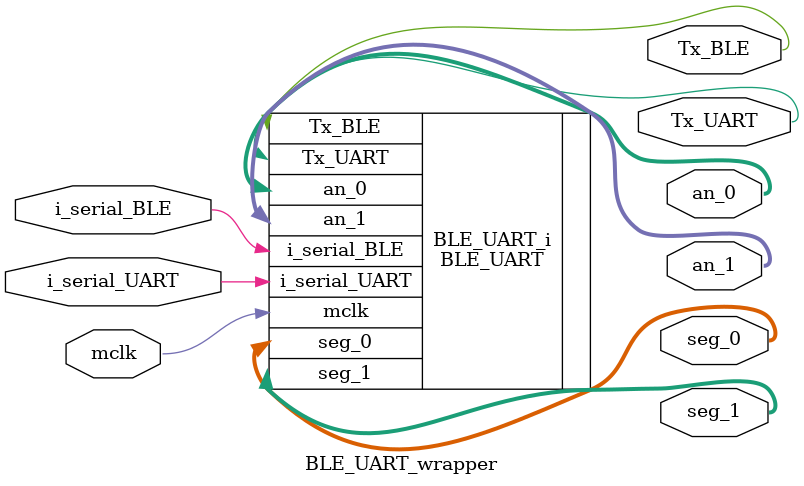
<source format=v>
`timescale 1 ps / 1 ps

module BLE_UART_wrapper
   (Tx_BLE,
    Tx_UART,
    an_0,
    an_1,
    i_serial_BLE,
    i_serial_UART,
    mclk,
    seg_0,
    seg_1);
  output Tx_BLE;
  output Tx_UART;
  output [3:0]an_0;
  output [3:0]an_1;
  input i_serial_BLE;
  input i_serial_UART;
  input mclk;
  output [6:0]seg_0;
  output [6:0]seg_1;

  wire Tx_BLE;
  wire Tx_UART;
  wire [3:0]an_0;
  wire [3:0]an_1;
  wire i_serial_BLE;
  wire i_serial_UART;
  wire mclk;
  wire [6:0]seg_0;
  wire [6:0]seg_1;

  BLE_UART BLE_UART_i
       (.Tx_BLE(Tx_BLE),
        .Tx_UART(Tx_UART),
        .an_0(an_0),
        .an_1(an_1),
        .i_serial_BLE(i_serial_BLE),
        .i_serial_UART(i_serial_UART),
        .mclk(mclk),
        .seg_0(seg_0),
        .seg_1(seg_1));
endmodule

</source>
